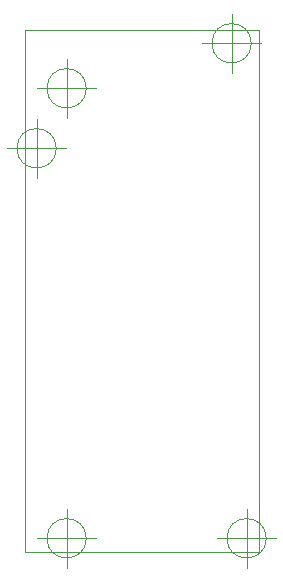
<source format=gbr>
G04 #@! TF.GenerationSoftware,KiCad,Pcbnew,(5.1.5)-3*
G04 #@! TF.CreationDate,2020-05-12T21:47:34-04:00*
G04 #@! TF.ProjectId,27xxx_to_27c080,32377878-785f-4746-9f5f-323763303830,rev?*
G04 #@! TF.SameCoordinates,Original*
G04 #@! TF.FileFunction,Profile,NP*
%FSLAX46Y46*%
G04 Gerber Fmt 4.6, Leading zero omitted, Abs format (unit mm)*
G04 Created by KiCad (PCBNEW (5.1.5)-3) date 2020-05-12 21:47:34*
%MOMM*%
%LPD*%
G04 APERTURE LIST*
%ADD10C,0.050000*%
G04 APERTURE END LIST*
D10*
X155336666Y-82550000D02*
G75*
G03X155336666Y-82550000I-1666666J0D01*
G01*
X151170000Y-82550000D02*
X156170000Y-82550000D01*
X153670000Y-80050000D02*
X153670000Y-85050000D01*
X156606666Y-124460000D02*
G75*
G03X156606666Y-124460000I-1666666J0D01*
G01*
X152440000Y-124460000D02*
X157440000Y-124460000D01*
X154940000Y-121960000D02*
X154940000Y-126960000D01*
X138826666Y-91440000D02*
G75*
G03X138826666Y-91440000I-1666666J0D01*
G01*
X134660000Y-91440000D02*
X139660000Y-91440000D01*
X137160000Y-88940000D02*
X137160000Y-93940000D01*
X136144000Y-125603000D02*
X136144000Y-81407000D01*
X155956000Y-125603000D02*
X136144000Y-125603000D01*
X155956000Y-81407000D02*
X155956000Y-125603000D01*
X136144000Y-81407000D02*
X155956000Y-81407000D01*
X141366666Y-124460000D02*
G75*
G03X141366666Y-124460000I-1666666J0D01*
G01*
X137200000Y-124460000D02*
X142200000Y-124460000D01*
X139700000Y-121960000D02*
X139700000Y-126960000D01*
X141366666Y-86360000D02*
G75*
G03X141366666Y-86360000I-1666666J0D01*
G01*
X137200000Y-86360000D02*
X142200000Y-86360000D01*
X139700000Y-83860000D02*
X139700000Y-88860000D01*
M02*

</source>
